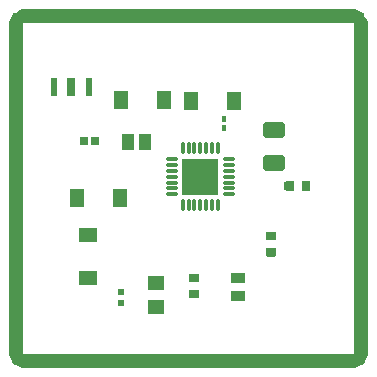
<source format=gtp>
G04*
G04 #@! TF.GenerationSoftware,Altium Limited,Altium Designer,22.6.1 (34)*
G04*
G04 Layer_Color=8421504*
%FSLAX44Y44*%
%MOMM*%
G71*
G04*
G04 #@! TF.SameCoordinates,4B676402-AEF7-43F9-94C9-A96E2D6DE339*
G04*
G04*
G04 #@! TF.FilePolarity,Positive*
G04*
G01*
G75*
%ADD13C,1.2000*%
%ADD14R,0.8000X0.8000*%
%ADD15R,0.8000X0.8000*%
%ADD16R,0.6000X1.6000*%
%ADD17R,0.7000X1.5000*%
%ADD18R,1.2000X1.6000*%
%ADD19R,0.8000X0.9500*%
%ADD20R,0.9500X0.8000*%
%ADD21O,1.1500X0.3000*%
%ADD22R,0.4500X0.5000*%
%ADD23R,1.4500X1.2000*%
%ADD24R,0.5725X0.5682*%
%ADD25R,0.6500X0.6500*%
%ADD26R,1.6000X1.2000*%
G04:AMPARAMS|DCode=27|XSize=1.8mm|YSize=1.3mm|CornerRadius=0.13mm|HoleSize=0mm|Usage=FLASHONLY|Rotation=180.000|XOffset=0mm|YOffset=0mm|HoleType=Round|Shape=RoundedRectangle|*
%AMROUNDEDRECTD27*
21,1,1.8000,1.0400,0,0,180.0*
21,1,1.5400,1.3000,0,0,180.0*
1,1,0.2600,-0.7700,0.5200*
1,1,0.2600,0.7700,0.5200*
1,1,0.2600,0.7700,-0.5200*
1,1,0.2600,-0.7700,-0.5200*
%
%ADD27ROUNDEDRECTD27*%
%ADD28R,1.1000X1.3500*%
%ADD29O,0.3000X1.1500*%
%ADD30R,3.1500X3.1500*%
%ADD31R,1.3000X0.9000*%
D13*
X286000Y280000D02*
G03*
X280000Y286000I-6000J0D01*
G01*
X286000Y280000D02*
G03*
X280000Y286000I-6000J0D01*
G01*
Y-6000D02*
G03*
X286000Y0I0J6000D01*
G01*
X280000Y-6000D02*
G03*
X286000Y0I0J6000D01*
G01*
X0Y286000D02*
G03*
X-6000Y280000I0J-6000D01*
G01*
X0Y286000D02*
G03*
X-6000Y280000I0J-6000D01*
G01*
Y0D02*
G03*
X0Y-6000I6000J0D01*
G01*
X-6000Y0D02*
G03*
X0Y-6000I6000J0D01*
G01*
X286000Y0D02*
Y280000D01*
X0Y286000D02*
X280000D01*
X0Y-6000D02*
X280000D01*
X-6000Y0D02*
Y280000D01*
D14*
X210000Y85000D02*
D03*
Y100000D02*
D03*
D15*
X239250Y142500D02*
D03*
X224250D02*
D03*
D16*
X55894Y226070D02*
D03*
X25894D02*
D03*
D17*
X40894Y225570D02*
D03*
D18*
X81754Y132334D02*
D03*
X45754D02*
D03*
X118838Y215138D02*
D03*
X82838D02*
D03*
X142528Y214122D02*
D03*
X178528D02*
D03*
D19*
X239250Y142500D02*
D03*
X225750D02*
D03*
D20*
X210000Y86500D02*
D03*
Y100000D02*
D03*
X145000Y50750D02*
D03*
Y64250D02*
D03*
D21*
X174000Y140000D02*
D03*
Y160000D02*
D03*
Y135000D02*
D03*
X126000Y165000D02*
D03*
Y160000D02*
D03*
Y155000D02*
D03*
Y150000D02*
D03*
Y145000D02*
D03*
Y140000D02*
D03*
Y135000D02*
D03*
X174000Y145000D02*
D03*
Y150000D02*
D03*
Y155000D02*
D03*
Y165000D02*
D03*
D22*
X170000Y191250D02*
D03*
Y198750D02*
D03*
D23*
X112500Y60000D02*
D03*
Y40000D02*
D03*
D24*
X82500Y42979D02*
D03*
Y52022D02*
D03*
D25*
X61238Y180086D02*
D03*
X51238D02*
D03*
D26*
X55118Y64296D02*
D03*
Y100296D02*
D03*
D27*
X212344Y161514D02*
D03*
Y189514D02*
D03*
D28*
X102758Y179070D02*
D03*
X88758D02*
D03*
D29*
X165000Y174000D02*
D03*
X160000D02*
D03*
X155000D02*
D03*
X150000D02*
D03*
X145000D02*
D03*
X140000D02*
D03*
X135000D02*
D03*
Y126000D02*
D03*
X140000D02*
D03*
X145000D02*
D03*
X150000D02*
D03*
X155000D02*
D03*
X160000D02*
D03*
X165000D02*
D03*
D30*
X150000Y150000D02*
D03*
D31*
X181864Y48892D02*
D03*
Y64393D02*
D03*
M02*

</source>
